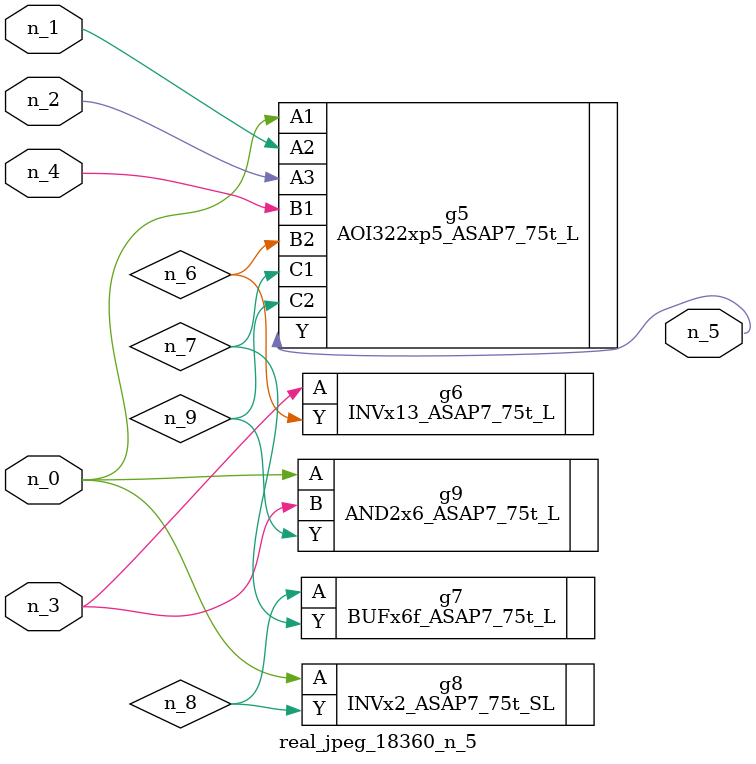
<source format=v>
module real_jpeg_18360_n_5 (n_4, n_0, n_1, n_2, n_3, n_5);

input n_4;
input n_0;
input n_1;
input n_2;
input n_3;

output n_5;

wire n_8;
wire n_6;
wire n_7;
wire n_9;

AOI322xp5_ASAP7_75t_L g5 ( 
.A1(n_0),
.A2(n_1),
.A3(n_2),
.B1(n_4),
.B2(n_6),
.C1(n_7),
.C2(n_9),
.Y(n_5)
);

INVx2_ASAP7_75t_SL g8 ( 
.A(n_0),
.Y(n_8)
);

AND2x6_ASAP7_75t_L g9 ( 
.A(n_0),
.B(n_3),
.Y(n_9)
);

INVx13_ASAP7_75t_L g6 ( 
.A(n_3),
.Y(n_6)
);

BUFx6f_ASAP7_75t_L g7 ( 
.A(n_8),
.Y(n_7)
);


endmodule
</source>
